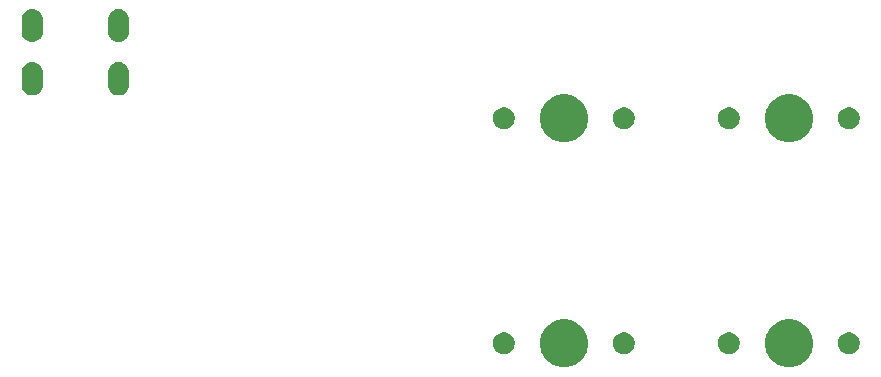
<source format=gts>
G04 #@! TF.GenerationSoftware,KiCad,Pcbnew,(5.1.4-0-10_14)*
G04 #@! TF.CreationDate,2019-10-06T23:39:38+09:00*
G04 #@! TF.ProjectId,dombrick45,646f6d62-7269-4636-9b34-352e6b696361,rev?*
G04 #@! TF.SameCoordinates,Original*
G04 #@! TF.FileFunction,Soldermask,Top*
G04 #@! TF.FilePolarity,Negative*
%FSLAX46Y46*%
G04 Gerber Fmt 4.6, Leading zero omitted, Abs format (unit mm)*
G04 Created by KiCad (PCBNEW (5.1.4-0-10_14)) date 2019-10-06 23:39:38*
%MOMM*%
%LPD*%
G04 APERTURE LIST*
%ADD10C,0.100000*%
G04 APERTURE END LIST*
D10*
G36*
X132358974Y-98839934D02*
G01*
X132576974Y-98930233D01*
X132731123Y-98994083D01*
X133066048Y-99217873D01*
X133350877Y-99502702D01*
X133574667Y-99837627D01*
X133607062Y-99915836D01*
X133728816Y-100209776D01*
X133807400Y-100604844D01*
X133807400Y-101007656D01*
X133728816Y-101402724D01*
X133677951Y-101525522D01*
X133574667Y-101774873D01*
X133350877Y-102109798D01*
X133066048Y-102394627D01*
X132731123Y-102618417D01*
X132576974Y-102682267D01*
X132358974Y-102772566D01*
X131963906Y-102851150D01*
X131561094Y-102851150D01*
X131166026Y-102772566D01*
X130948026Y-102682267D01*
X130793877Y-102618417D01*
X130458952Y-102394627D01*
X130174123Y-102109798D01*
X129950333Y-101774873D01*
X129847049Y-101525522D01*
X129796184Y-101402724D01*
X129717600Y-101007656D01*
X129717600Y-100604844D01*
X129796184Y-100209776D01*
X129917938Y-99915836D01*
X129950333Y-99837627D01*
X130174123Y-99502702D01*
X130458952Y-99217873D01*
X130793877Y-98994083D01*
X130948026Y-98930233D01*
X131166026Y-98839934D01*
X131561094Y-98761350D01*
X131963906Y-98761350D01*
X132358974Y-98839934D01*
X132358974Y-98839934D01*
G37*
G36*
X113308974Y-98839934D02*
G01*
X113526974Y-98930233D01*
X113681123Y-98994083D01*
X114016048Y-99217873D01*
X114300877Y-99502702D01*
X114524667Y-99837627D01*
X114557062Y-99915836D01*
X114678816Y-100209776D01*
X114757400Y-100604844D01*
X114757400Y-101007656D01*
X114678816Y-101402724D01*
X114627951Y-101525522D01*
X114524667Y-101774873D01*
X114300877Y-102109798D01*
X114016048Y-102394627D01*
X113681123Y-102618417D01*
X113526974Y-102682267D01*
X113308974Y-102772566D01*
X112913906Y-102851150D01*
X112511094Y-102851150D01*
X112116026Y-102772566D01*
X111898026Y-102682267D01*
X111743877Y-102618417D01*
X111408952Y-102394627D01*
X111124123Y-102109798D01*
X110900333Y-101774873D01*
X110797049Y-101525522D01*
X110746184Y-101402724D01*
X110667600Y-101007656D01*
X110667600Y-100604844D01*
X110746184Y-100209776D01*
X110867938Y-99915836D01*
X110900333Y-99837627D01*
X111124123Y-99502702D01*
X111408952Y-99217873D01*
X111743877Y-98994083D01*
X111898026Y-98930233D01*
X112116026Y-98839934D01*
X112511094Y-98761350D01*
X112913906Y-98761350D01*
X113308974Y-98839934D01*
X113308974Y-98839934D01*
G37*
G36*
X137112604Y-99915835D02*
G01*
X137281126Y-99985639D01*
X137432791Y-100086978D01*
X137561772Y-100215959D01*
X137663111Y-100367624D01*
X137732915Y-100536146D01*
X137768500Y-100715047D01*
X137768500Y-100897453D01*
X137732915Y-101076354D01*
X137663111Y-101244876D01*
X137561772Y-101396541D01*
X137432791Y-101525522D01*
X137281126Y-101626861D01*
X137112604Y-101696665D01*
X136933703Y-101732250D01*
X136751297Y-101732250D01*
X136572396Y-101696665D01*
X136403874Y-101626861D01*
X136252209Y-101525522D01*
X136123228Y-101396541D01*
X136021889Y-101244876D01*
X135952085Y-101076354D01*
X135916500Y-100897453D01*
X135916500Y-100715047D01*
X135952085Y-100536146D01*
X136021889Y-100367624D01*
X136123228Y-100215959D01*
X136252209Y-100086978D01*
X136403874Y-99985639D01*
X136572396Y-99915835D01*
X136751297Y-99880250D01*
X136933703Y-99880250D01*
X137112604Y-99915835D01*
X137112604Y-99915835D01*
G37*
G36*
X126952604Y-99915835D02*
G01*
X127121126Y-99985639D01*
X127272791Y-100086978D01*
X127401772Y-100215959D01*
X127503111Y-100367624D01*
X127572915Y-100536146D01*
X127608500Y-100715047D01*
X127608500Y-100897453D01*
X127572915Y-101076354D01*
X127503111Y-101244876D01*
X127401772Y-101396541D01*
X127272791Y-101525522D01*
X127121126Y-101626861D01*
X126952604Y-101696665D01*
X126773703Y-101732250D01*
X126591297Y-101732250D01*
X126412396Y-101696665D01*
X126243874Y-101626861D01*
X126092209Y-101525522D01*
X125963228Y-101396541D01*
X125861889Y-101244876D01*
X125792085Y-101076354D01*
X125756500Y-100897453D01*
X125756500Y-100715047D01*
X125792085Y-100536146D01*
X125861889Y-100367624D01*
X125963228Y-100215959D01*
X126092209Y-100086978D01*
X126243874Y-99985639D01*
X126412396Y-99915835D01*
X126591297Y-99880250D01*
X126773703Y-99880250D01*
X126952604Y-99915835D01*
X126952604Y-99915835D01*
G37*
G36*
X118062604Y-99915835D02*
G01*
X118231126Y-99985639D01*
X118382791Y-100086978D01*
X118511772Y-100215959D01*
X118613111Y-100367624D01*
X118682915Y-100536146D01*
X118718500Y-100715047D01*
X118718500Y-100897453D01*
X118682915Y-101076354D01*
X118613111Y-101244876D01*
X118511772Y-101396541D01*
X118382791Y-101525522D01*
X118231126Y-101626861D01*
X118062604Y-101696665D01*
X117883703Y-101732250D01*
X117701297Y-101732250D01*
X117522396Y-101696665D01*
X117353874Y-101626861D01*
X117202209Y-101525522D01*
X117073228Y-101396541D01*
X116971889Y-101244876D01*
X116902085Y-101076354D01*
X116866500Y-100897453D01*
X116866500Y-100715047D01*
X116902085Y-100536146D01*
X116971889Y-100367624D01*
X117073228Y-100215959D01*
X117202209Y-100086978D01*
X117353874Y-99985639D01*
X117522396Y-99915835D01*
X117701297Y-99880250D01*
X117883703Y-99880250D01*
X118062604Y-99915835D01*
X118062604Y-99915835D01*
G37*
G36*
X107902604Y-99915835D02*
G01*
X108071126Y-99985639D01*
X108222791Y-100086978D01*
X108351772Y-100215959D01*
X108453111Y-100367624D01*
X108522915Y-100536146D01*
X108558500Y-100715047D01*
X108558500Y-100897453D01*
X108522915Y-101076354D01*
X108453111Y-101244876D01*
X108351772Y-101396541D01*
X108222791Y-101525522D01*
X108071126Y-101626861D01*
X107902604Y-101696665D01*
X107723703Y-101732250D01*
X107541297Y-101732250D01*
X107362396Y-101696665D01*
X107193874Y-101626861D01*
X107042209Y-101525522D01*
X106913228Y-101396541D01*
X106811889Y-101244876D01*
X106742085Y-101076354D01*
X106706500Y-100897453D01*
X106706500Y-100715047D01*
X106742085Y-100536146D01*
X106811889Y-100367624D01*
X106913228Y-100215959D01*
X107042209Y-100086978D01*
X107193874Y-99985639D01*
X107362396Y-99915835D01*
X107541297Y-99880250D01*
X107723703Y-99880250D01*
X107902604Y-99915835D01*
X107902604Y-99915835D01*
G37*
G36*
X113308974Y-79789934D02*
G01*
X113526974Y-79880233D01*
X113681123Y-79944083D01*
X114016048Y-80167873D01*
X114300877Y-80452702D01*
X114524667Y-80787627D01*
X114557062Y-80865836D01*
X114678816Y-81159776D01*
X114757400Y-81554844D01*
X114757400Y-81957656D01*
X114678816Y-82352724D01*
X114627951Y-82475522D01*
X114524667Y-82724873D01*
X114300877Y-83059798D01*
X114016048Y-83344627D01*
X113681123Y-83568417D01*
X113526974Y-83632267D01*
X113308974Y-83722566D01*
X112913906Y-83801150D01*
X112511094Y-83801150D01*
X112116026Y-83722566D01*
X111898026Y-83632267D01*
X111743877Y-83568417D01*
X111408952Y-83344627D01*
X111124123Y-83059798D01*
X110900333Y-82724873D01*
X110797049Y-82475522D01*
X110746184Y-82352724D01*
X110667600Y-81957656D01*
X110667600Y-81554844D01*
X110746184Y-81159776D01*
X110867938Y-80865836D01*
X110900333Y-80787627D01*
X111124123Y-80452702D01*
X111408952Y-80167873D01*
X111743877Y-79944083D01*
X111898026Y-79880233D01*
X112116026Y-79789934D01*
X112511094Y-79711350D01*
X112913906Y-79711350D01*
X113308974Y-79789934D01*
X113308974Y-79789934D01*
G37*
G36*
X132358974Y-79789934D02*
G01*
X132576974Y-79880233D01*
X132731123Y-79944083D01*
X133066048Y-80167873D01*
X133350877Y-80452702D01*
X133574667Y-80787627D01*
X133607062Y-80865836D01*
X133728816Y-81159776D01*
X133807400Y-81554844D01*
X133807400Y-81957656D01*
X133728816Y-82352724D01*
X133677951Y-82475522D01*
X133574667Y-82724873D01*
X133350877Y-83059798D01*
X133066048Y-83344627D01*
X132731123Y-83568417D01*
X132576974Y-83632267D01*
X132358974Y-83722566D01*
X131963906Y-83801150D01*
X131561094Y-83801150D01*
X131166026Y-83722566D01*
X130948026Y-83632267D01*
X130793877Y-83568417D01*
X130458952Y-83344627D01*
X130174123Y-83059798D01*
X129950333Y-82724873D01*
X129847049Y-82475522D01*
X129796184Y-82352724D01*
X129717600Y-81957656D01*
X129717600Y-81554844D01*
X129796184Y-81159776D01*
X129917938Y-80865836D01*
X129950333Y-80787627D01*
X130174123Y-80452702D01*
X130458952Y-80167873D01*
X130793877Y-79944083D01*
X130948026Y-79880233D01*
X131166026Y-79789934D01*
X131561094Y-79711350D01*
X131963906Y-79711350D01*
X132358974Y-79789934D01*
X132358974Y-79789934D01*
G37*
G36*
X107902604Y-80865835D02*
G01*
X108071126Y-80935639D01*
X108222791Y-81036978D01*
X108351772Y-81165959D01*
X108453111Y-81317624D01*
X108522915Y-81486146D01*
X108558500Y-81665047D01*
X108558500Y-81847453D01*
X108522915Y-82026354D01*
X108453111Y-82194876D01*
X108351772Y-82346541D01*
X108222791Y-82475522D01*
X108071126Y-82576861D01*
X107902604Y-82646665D01*
X107723703Y-82682250D01*
X107541297Y-82682250D01*
X107362396Y-82646665D01*
X107193874Y-82576861D01*
X107042209Y-82475522D01*
X106913228Y-82346541D01*
X106811889Y-82194876D01*
X106742085Y-82026354D01*
X106706500Y-81847453D01*
X106706500Y-81665047D01*
X106742085Y-81486146D01*
X106811889Y-81317624D01*
X106913228Y-81165959D01*
X107042209Y-81036978D01*
X107193874Y-80935639D01*
X107362396Y-80865835D01*
X107541297Y-80830250D01*
X107723703Y-80830250D01*
X107902604Y-80865835D01*
X107902604Y-80865835D01*
G37*
G36*
X118062604Y-80865835D02*
G01*
X118231126Y-80935639D01*
X118382791Y-81036978D01*
X118511772Y-81165959D01*
X118613111Y-81317624D01*
X118682915Y-81486146D01*
X118718500Y-81665047D01*
X118718500Y-81847453D01*
X118682915Y-82026354D01*
X118613111Y-82194876D01*
X118511772Y-82346541D01*
X118382791Y-82475522D01*
X118231126Y-82576861D01*
X118062604Y-82646665D01*
X117883703Y-82682250D01*
X117701297Y-82682250D01*
X117522396Y-82646665D01*
X117353874Y-82576861D01*
X117202209Y-82475522D01*
X117073228Y-82346541D01*
X116971889Y-82194876D01*
X116902085Y-82026354D01*
X116866500Y-81847453D01*
X116866500Y-81665047D01*
X116902085Y-81486146D01*
X116971889Y-81317624D01*
X117073228Y-81165959D01*
X117202209Y-81036978D01*
X117353874Y-80935639D01*
X117522396Y-80865835D01*
X117701297Y-80830250D01*
X117883703Y-80830250D01*
X118062604Y-80865835D01*
X118062604Y-80865835D01*
G37*
G36*
X126952604Y-80865835D02*
G01*
X127121126Y-80935639D01*
X127272791Y-81036978D01*
X127401772Y-81165959D01*
X127503111Y-81317624D01*
X127572915Y-81486146D01*
X127608500Y-81665047D01*
X127608500Y-81847453D01*
X127572915Y-82026354D01*
X127503111Y-82194876D01*
X127401772Y-82346541D01*
X127272791Y-82475522D01*
X127121126Y-82576861D01*
X126952604Y-82646665D01*
X126773703Y-82682250D01*
X126591297Y-82682250D01*
X126412396Y-82646665D01*
X126243874Y-82576861D01*
X126092209Y-82475522D01*
X125963228Y-82346541D01*
X125861889Y-82194876D01*
X125792085Y-82026354D01*
X125756500Y-81847453D01*
X125756500Y-81665047D01*
X125792085Y-81486146D01*
X125861889Y-81317624D01*
X125963228Y-81165959D01*
X126092209Y-81036978D01*
X126243874Y-80935639D01*
X126412396Y-80865835D01*
X126591297Y-80830250D01*
X126773703Y-80830250D01*
X126952604Y-80865835D01*
X126952604Y-80865835D01*
G37*
G36*
X137112604Y-80865835D02*
G01*
X137281126Y-80935639D01*
X137432791Y-81036978D01*
X137561772Y-81165959D01*
X137663111Y-81317624D01*
X137732915Y-81486146D01*
X137768500Y-81665047D01*
X137768500Y-81847453D01*
X137732915Y-82026354D01*
X137663111Y-82194876D01*
X137561772Y-82346541D01*
X137432791Y-82475522D01*
X137281126Y-82576861D01*
X137112604Y-82646665D01*
X136933703Y-82682250D01*
X136751297Y-82682250D01*
X136572396Y-82646665D01*
X136403874Y-82576861D01*
X136252209Y-82475522D01*
X136123228Y-82346541D01*
X136021889Y-82194876D01*
X135952085Y-82026354D01*
X135916500Y-81847453D01*
X135916500Y-81665047D01*
X135952085Y-81486146D01*
X136021889Y-81317624D01*
X136123228Y-81165959D01*
X136252209Y-81036978D01*
X136403874Y-80935639D01*
X136572396Y-80865835D01*
X136751297Y-80830250D01*
X136933703Y-80830250D01*
X137112604Y-80865835D01*
X137112604Y-80865835D01*
G37*
G36*
X75167627Y-77026037D02*
G01*
X75337466Y-77077557D01*
X75493991Y-77161222D01*
X75529729Y-77190552D01*
X75631186Y-77273814D01*
X75714448Y-77375271D01*
X75743778Y-77411009D01*
X75827443Y-77567534D01*
X75878963Y-77737373D01*
X75892000Y-77869742D01*
X75892000Y-78958258D01*
X75878963Y-79090627D01*
X75827443Y-79260466D01*
X75743778Y-79416991D01*
X75714448Y-79452729D01*
X75631186Y-79554186D01*
X75493989Y-79666779D01*
X75337467Y-79750442D01*
X75337465Y-79750443D01*
X75167626Y-79801963D01*
X74991000Y-79819359D01*
X74814373Y-79801963D01*
X74644534Y-79750443D01*
X74488009Y-79666778D01*
X74452271Y-79637448D01*
X74350814Y-79554186D01*
X74238221Y-79416989D01*
X74154558Y-79260467D01*
X74154557Y-79260465D01*
X74103037Y-79090626D01*
X74090000Y-78958257D01*
X74090001Y-77869742D01*
X74103038Y-77737373D01*
X74154558Y-77567534D01*
X74238223Y-77411009D01*
X74267553Y-77375271D01*
X74350815Y-77273814D01*
X74452272Y-77190552D01*
X74488010Y-77161222D01*
X74644535Y-77077557D01*
X74814374Y-77026037D01*
X74991000Y-77008641D01*
X75167627Y-77026037D01*
X75167627Y-77026037D01*
G37*
G36*
X67867627Y-77026037D02*
G01*
X68037466Y-77077557D01*
X68193991Y-77161222D01*
X68229729Y-77190552D01*
X68331186Y-77273814D01*
X68414448Y-77375271D01*
X68443778Y-77411009D01*
X68527443Y-77567534D01*
X68578963Y-77737373D01*
X68592000Y-77869742D01*
X68592000Y-78958258D01*
X68578963Y-79090627D01*
X68527443Y-79260466D01*
X68443778Y-79416991D01*
X68414448Y-79452729D01*
X68331186Y-79554186D01*
X68193989Y-79666779D01*
X68037467Y-79750442D01*
X68037465Y-79750443D01*
X67867626Y-79801963D01*
X67691000Y-79819359D01*
X67514373Y-79801963D01*
X67344534Y-79750443D01*
X67188009Y-79666778D01*
X67152271Y-79637448D01*
X67050814Y-79554186D01*
X66938221Y-79416989D01*
X66854558Y-79260467D01*
X66854557Y-79260465D01*
X66803037Y-79090626D01*
X66790000Y-78958257D01*
X66790001Y-77869742D01*
X66803038Y-77737373D01*
X66854558Y-77567534D01*
X66938223Y-77411009D01*
X66967553Y-77375271D01*
X67050815Y-77273814D01*
X67152272Y-77190552D01*
X67188010Y-77161222D01*
X67344535Y-77077557D01*
X67514374Y-77026037D01*
X67691000Y-77008641D01*
X67867627Y-77026037D01*
X67867627Y-77026037D01*
G37*
G36*
X67867627Y-72526037D02*
G01*
X68037466Y-72577557D01*
X68193991Y-72661222D01*
X68229729Y-72690552D01*
X68331186Y-72773814D01*
X68414448Y-72875271D01*
X68443778Y-72911009D01*
X68527443Y-73067534D01*
X68578963Y-73237373D01*
X68592000Y-73369742D01*
X68592000Y-74458258D01*
X68578963Y-74590627D01*
X68527443Y-74760466D01*
X68443778Y-74916991D01*
X68414448Y-74952729D01*
X68331186Y-75054186D01*
X68193989Y-75166779D01*
X68037467Y-75250442D01*
X68037465Y-75250443D01*
X67867626Y-75301963D01*
X67691000Y-75319359D01*
X67514373Y-75301963D01*
X67344534Y-75250443D01*
X67188009Y-75166778D01*
X67152271Y-75137448D01*
X67050814Y-75054186D01*
X66938221Y-74916989D01*
X66854558Y-74760467D01*
X66854557Y-74760465D01*
X66803037Y-74590626D01*
X66790000Y-74458257D01*
X66790001Y-73369742D01*
X66803038Y-73237373D01*
X66854558Y-73067534D01*
X66938223Y-72911009D01*
X66967553Y-72875271D01*
X67050815Y-72773814D01*
X67152272Y-72690552D01*
X67188010Y-72661222D01*
X67344535Y-72577557D01*
X67514374Y-72526037D01*
X67691000Y-72508641D01*
X67867627Y-72526037D01*
X67867627Y-72526037D01*
G37*
G36*
X75167627Y-72526037D02*
G01*
X75337466Y-72577557D01*
X75493991Y-72661222D01*
X75529729Y-72690552D01*
X75631186Y-72773814D01*
X75714448Y-72875271D01*
X75743778Y-72911009D01*
X75827443Y-73067534D01*
X75878963Y-73237373D01*
X75892000Y-73369742D01*
X75892000Y-74458258D01*
X75878963Y-74590627D01*
X75827443Y-74760466D01*
X75743778Y-74916991D01*
X75714448Y-74952729D01*
X75631186Y-75054186D01*
X75493989Y-75166779D01*
X75337467Y-75250442D01*
X75337465Y-75250443D01*
X75167626Y-75301963D01*
X74991000Y-75319359D01*
X74814373Y-75301963D01*
X74644534Y-75250443D01*
X74488009Y-75166778D01*
X74452271Y-75137448D01*
X74350814Y-75054186D01*
X74238221Y-74916989D01*
X74154558Y-74760467D01*
X74154557Y-74760465D01*
X74103037Y-74590626D01*
X74090000Y-74458257D01*
X74090001Y-73369742D01*
X74103038Y-73237373D01*
X74154558Y-73067534D01*
X74238223Y-72911009D01*
X74267553Y-72875271D01*
X74350815Y-72773814D01*
X74452272Y-72690552D01*
X74488010Y-72661222D01*
X74644535Y-72577557D01*
X74814374Y-72526037D01*
X74991000Y-72508641D01*
X75167627Y-72526037D01*
X75167627Y-72526037D01*
G37*
M02*

</source>
